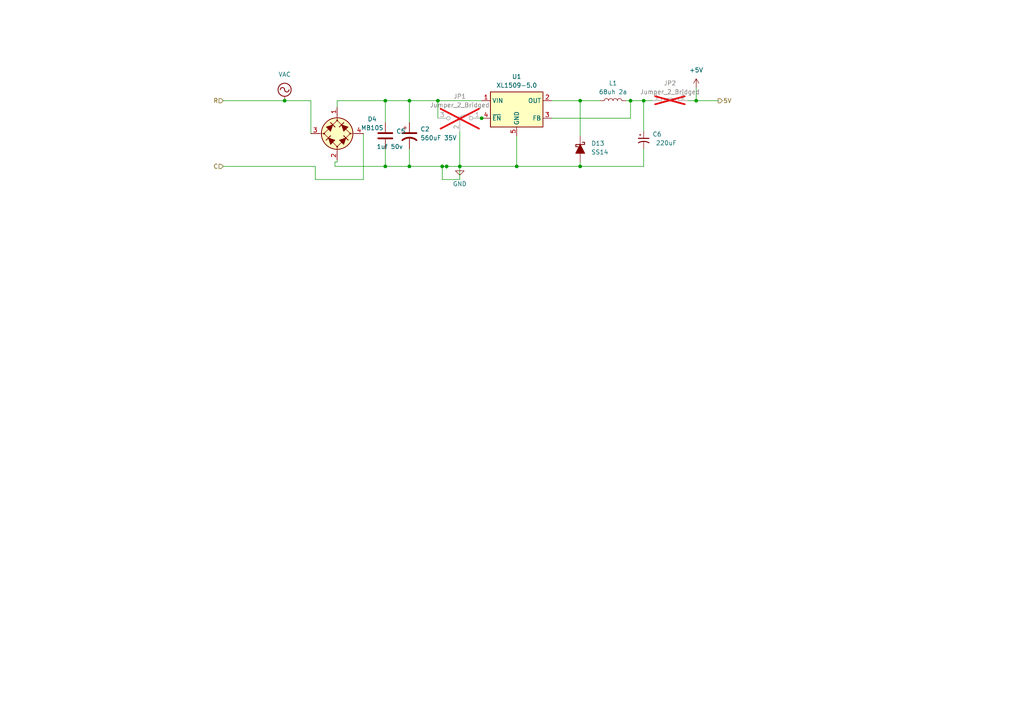
<source format=kicad_sch>
(kicad_sch (version 20231120) (generator "eeschema") (generator_version "8.0")
  (paper "A4")
  (lib_symbols
    (symbol "Device:C" (pin_numbers hide) (pin_names (offset 0.254))
      (property "Reference" "C" (at 0.635 2.54 0))
      (property "Value" "C" (at 0.635 -2.54 0))
      (symbol "C_0_1"
        (polyline (pts (xy -2.032 -0.762) (xy 2.032 -0.762)) (stroke (width 0.508)))
        (polyline (pts (xy -2.032 0.762) (xy 2.032 0.762)) (stroke (width 0.508)))
      )
      (symbol "C_1_1"
        (pin passive line (at 0 3.81 270) (length 2.794) (name "~") (number "1"))
        (pin passive line (at 0 -3.81 90) (length 2.794) (name "~") (number "2"))
      )
    )
    (symbol "Device:C_Polarized_Small_US" (pin_numbers hide) (pin_names (offset 0.254) hide)
      (property "Reference" "C" (at 0.254 1.778 0))
      (property "Value" "C_Polarized_Small_US" (at 0.254 -2.032 0))
      (symbol "C_Polarized_Small_US_0_1"
        (polyline (pts (xy -1.524 0.508) (xy 1.524 0.508)) (stroke (width 0.3048)))
        (polyline (pts (xy -1.27 1.524) (xy -0.762 1.524)))
        (polyline (pts (xy -1.016 1.27) (xy -1.016 1.778)))
        (arc (start 1.524 -0.762) (mid 0 -0.3734) (end -1.524 -0.762) (stroke (width 0.3048)))
      )
      (symbol "C_Polarized_Small_US_1_1"
        (pin passive line (at 0 2.54 270) (length 2.032) (name "~") (number "1"))
        (pin passive line (at 0 -2.54 90) (length 2.032) (name "~") (number "2"))
      )
    )
    (symbol "Device:C_Polarized_US" (pin_numbers hide) (pin_names (offset 0.254) hide)
      (property "Reference" "C" (at 0.635 2.54 0))
      (property "Value" "C_Polarized_US" (at 0.635 -2.54 0))
      (symbol "C_Polarized_US_0_1"
        (polyline (pts (xy -2.032 0.762) (xy 2.032 0.762)) (stroke (width 0.508)))
        (polyline (pts (xy -1.778 2.286) (xy -0.762 2.286)))
        (polyline (pts (xy -1.27 1.778) (xy -1.27 2.794)))
        (arc (start 2.032 -1.27) (mid 0 -0.5572) (end -2.032 -1.27) (stroke (width 0.508)))
      )
      (symbol "C_Polarized_US_1_1"
        (pin passive line (at 0 3.81 270) (length 2.794) (name "~") (number "1"))
        (pin passive line (at 0 -3.81 90) (length 3.302) (name "~") (number "2"))
      )
    )
    (symbol "Device:L" (pin_numbers hide) (pin_names (offset 1.016) hide)
      (property "Reference" "L" (at -1.27 0 90))
      (property "Value" "L" (at 1.905 0 90))
      (symbol "L_0_1"
        (arc (start 0 -2.54) (mid 0.6323 -1.905) (end 0 -1.27))
        (arc (start 0 -1.27) (mid 0.6323 -0.635) (end 0 0))
        (arc (start 0 0) (mid 0.6323 0.635) (end 0 1.27))
        (arc (start 0 1.27) (mid 0.6323 1.905) (end 0 2.54))
      )
      (symbol "L_1_1"
        (pin passive line (at 0 3.81 270) (length 1.27) (name "1") (number "1"))
        (pin passive line (at 0 -3.81 90) (length 1.27) (name "2") (number "2"))
      )
    )
    (symbol "Jumper:Jumper_2_Bridged" (pin_names (offset 0) hide)
      (property "Reference" "JP" (at 0 1.905 0))
      (property "Value" "Jumper_2_Bridged" (at 0 -2.54 0))
      (symbol "Jumper_2_Bridged_0_0"
        (circle (center -2.032 0) (radius 0.508))
        (circle (center 2.032 0) (radius 0.508))
      )
      (symbol "Jumper_2_Bridged_0_1"
        (arc (start 1.524 0.254) (mid 0 0.762) (end -1.524 0.254))
      )
      (symbol "Jumper_2_Bridged_1_1"
        (pin passive line (at -5.08 0 0) (length 2.54) (name "A") (number "1"))
        (pin passive line (at 5.08 0 180) (length 2.54) (name "B") (number "2"))
      )
    )
    (symbol "Jumper:Jumper_3_Bridged12" (pin_names (offset 0) hide)
      (property "Reference" "JP" (at -2.54 -2.54 0))
      (property "Value" "Jumper_3_Bridged12" (at 0 2.794 0))
      (symbol "Jumper_3_Bridged12_0_0"
        (circle (center -3.302 0) (radius 0.508))
        (circle (center 0 0) (radius 0.508))
        (circle (center 3.302 0) (radius 0.508))
      )
      (symbol "Jumper_3_Bridged12_0_1"
        (arc (start -0.254 0.508) (mid -1.651 0.9912) (end -3.048 0.508))
        (polyline (pts (xy 0 -1.27) (xy 0 -0.508)))
      )
      (symbol "Jumper_3_Bridged12_1_1"
        (pin passive line (at -6.35 0 0) (length 2.54) (name "A") (number "1"))
        (pin passive line (at 0 -3.81 90) (length 2.54) (name "C") (number "2"))
        (pin passive line (at 6.35 0 180) (length 2.54) (name "B") (number "3"))
      )
    )
    (symbol "PCM_Diode_Bridge_AKL:MB10S" (pin_names (offset 1.016) hide)
      (property "Reference" "D" (at 5.08 7.62 0))
      (property "Value" "MB10S" (at 5.08 5.08 0))
      (symbol "MB10S_0_1"
        (circle (center -3.81 0) (radius 0.1778) (fill (type outline)))
        (polyline (pts (xy -5.08 0) (xy -3.81 0)))
        (polyline (pts (xy -1.905 -0.635) (xy -3.175 -1.905)) (stroke (width 0.254)))
        (polyline (pts (xy -1.905 3.175) (xy -0.635 1.905)) (stroke (width 0.254)))
        (polyline (pts (xy 0 -5.08) (xy 0 -3.81)))
        (polyline (pts (xy 0 5.08) (xy 0 3.81)))
        (polyline (pts (xy 1.905 3.175) (xy 0.635 1.905)) (stroke (width 0.254)))
        (polyline (pts (xy 3.175 -1.905) (xy 1.905 -0.635)) (stroke (width 0.254)))
        (polyline (pts (xy 5.08 0) (xy 3.81 0)))
        (polyline (pts (xy -2.54 -1.27) (xy -1.905 -3.175) (xy -0.635 -1.905) (xy -2.54 -1.27)) (fill (type outline)))
        (polyline (pts (xy -1.27 2.54) (xy -1.905 0.635) (xy -3.175 1.905) (xy -1.27 2.54)) (fill (type outline)))
        (polyline (pts (xy 1.27 2.54) (xy 3.175 1.905) (xy 1.905 0.635) (xy 1.27 2.54)) (fill (type outline)))
        (polyline (pts (xy 2.54 -1.27) (xy 0.635 -1.905) (xy 1.905 -3.175) (xy 2.54 -1.27)) (fill (type outline)))
        (polyline (pts (xy 0 3.81) (xy -3.81 0) (xy 0 -3.81) (xy 3.81 0) (xy 0 3.81)))
        (circle (center 0 0) (radius 4.572) (stroke (width 0.254)) (fill (type background)))
      )
      (symbol "MB10S_1_1"
        (circle (center 0 -3.81) (radius 0.1778) (fill (type outline)))
        (circle (center 0 3.81) (radius 0.1778) (fill (type outline)))
        (circle (center 3.81 0) (radius 0.1778) (fill (type outline)))
        (pin passive line (at 0 7.62 270) (length 2.54) (name "+") (number "1"))
        (pin passive line (at 0 -7.62 90) (length 2.54) (name "-") (number "2"))
        (pin passive line (at -7.62 0 0) (length 2.54) (name "1") (number "3"))
        (pin passive line (at 7.62 0 180) (length 2.54) (name "2") (number "4"))
      )
    )
    (symbol "PCM_Diode_Schottky_AKL:D_Schottky_Generic" (pin_numbers hide) (pin_names (offset 1.016) hide)
      (property "Reference" "D" (at 0 5.08 0))
      (property "Value" "D_Schottky_Generic" (at 0 2.54 0))
      (symbol "D_Schottky_Generic_0_1"
        (polyline (pts (xy -1.27 0) (xy 1.27 0)))
        (polyline (pts (xy -1.27 -1.27) (xy -1.27 1.27) (xy 1.27 0) (xy -1.27 -1.27)) (stroke (width 0.254)) (fill (type outline)))
        (polyline (pts (xy 1.905 -0.635) (xy 1.905 -1.27) (xy 1.27 -1.27) (xy 1.27 1.27) (xy 0.635 1.27) (xy 0.635 0.635)) (stroke (width 0.254)))
      )
      (symbol "D_Schottky_Generic_1_1"
        (pin passive line (at 3.81 0 180) (length 2.54) (name "K") (number "1"))
        (pin passive line (at -3.81 0 0) (length 2.54) (name "A") (number "2"))
      )
    )
    (symbol "Regulator_Switching:XL1509-5.0"
      (property "Reference" "U1" (at 0 9.525 0))
      (property "Value" "XL1509-5.0" (at 0 6.985 0))
      (symbol "XL1509-5.0_0_1"
        (rectangle (start -7.62 5.08) (end 7.62 -5.08) (stroke (width 0.254)) (fill (type background)))
      )
      (symbol "XL1509-5.0_1_1"
        (pin power_in line (at -10.16 2.54 0) (length 2.54) (name "VIN") (number "1"))
        (pin power_out line (at 10.16 2.54 180) (length 2.54) (name "OUT") (number "2"))
        (pin input line (at 10.16 -2.54 180) (length 2.54) (name "FB") (number "3"))
        (pin input line (at -10.16 -2.54 0) (length 2.54) (name "~{EN}") (number "4"))
        (pin power_in line (at 0 -7.62 90) (length 2.54) (name "GND") (number "5"))
        (pin passive line (at 0 -7.62 90) (length 2.54) hide (name "GND") (number "6"))
        (pin passive line (at 0 -7.62 90) (length 2.54) hide (name "GND") (number "7"))
        (pin passive line (at 0 -7.62 90) (length 2.54) hide (name "GND") (number "8"))
        (pin passive line (at 0 -7.62 90) (length 2.54) hide (name "GND") (number "9"))
      )
    )
    (symbol "power:+5V" (power) (pin_names (offset 0))
      (property "Value" "+5V" (at 0 3.556 0))
      (symbol "+5V_0_1"
        (polyline (pts (xy -0.762 1.27) (xy 0 2.54)))
        (polyline (pts (xy 0 0) (xy 0 2.54)))
        (polyline (pts (xy 0 2.54) (xy 0.762 1.27)))
      )
      (symbol "+5V_1_1"
        (pin power_in line (at 0 0 90) (length 0) hide (name "+5V") (number "1"))
      )
    )
    (symbol "power:GND" (power) (pin_names (offset 0))
      (property "Value" "GND" (at 0 -3.81 0))
      (symbol "GND_0_1"
        (polyline (pts (xy 0 0) (xy 0 -1.27) (xy 1.27 -1.27) (xy 0 -2.54) (xy -1.27 -1.27) (xy 0 -1.27)))
      )
      (symbol "GND_1_1"
        (pin power_in line (at 0 0 270) (length 0) hide (name "GND") (number "1"))
      )
    )
    (symbol "power:VAC" (power) (pin_names (offset 0))
      (property "Value" "VAC" (at 0 6.35 0))
      (symbol "VAC_0_1"
        (polyline (pts (xy 0 0) (xy 0 1.27)))
        (arc (start 0 3.175) (mid -0.635 3.8073) (end -1.27 3.175) (stroke (width 0.254)))
        (arc (start 0 3.175) (mid 0.635 2.5427) (end 1.27 3.175) (stroke (width 0.254)))
        (circle (center 0 3.175) (radius 1.905) (stroke (width 0.254)))
      )
      (symbol "VAC_1_1"
        (pin power_in line (at 0 0 90) (length 0) hide (name "VAC") (number "1"))
      )
    )
  )
  (junction (at 139.7 34.29))
  (junction (at 118.745 29.21))
  (junction (at 127 29.21))
  (junction (at 82.55 29.21))
  (junction (at 111.76 48.26))
  (junction (at 149.86 48.26))
  (junction (at 201.93 29.21))
  (junction (at 133.35 48.26))
  (junction (at 111.76 29.21))
  (junction (at 118.745 48.26))
  (junction (at 128.27 48.26))
  (junction (at 129.54 48.26))
  (junction (at 168.275 29.21))
  (junction (at 186.69 29.21))
  (junction (at 182.88 29.21))
  (junction (at 168.275 48.26))
  (wire (pts (xy 97.79 29.21) (xy 97.79 31.115)))
  (wire (pts (xy 90.17 29.21) (xy 90.17 38.735)))
  (wire (pts (xy 133.35 48.26) (xy 149.86 48.26)))
  (wire (pts (xy 91.44 52.07) (xy 105.41 52.07)))
  (wire (pts (xy 97.155 48.26) (xy 111.76 48.26)))
  (wire (pts (xy 160.02 29.21) (xy 168.275 29.21)))
  (wire (pts (xy 201.93 29.21) (xy 208.28 29.21)))
  (wire (pts (xy 133.35 48.26) (xy 133.35 52.07)))
  (wire (pts (xy 111.76 43.18) (xy 111.76 48.26)))
  (wire (pts (xy 129.54 48.895) (xy 129.54 48.26)))
  (wire (pts (xy 168.275 46.99) (xy 168.275 48.26)))
  (wire (pts (xy 127 29.21) (xy 139.7 29.21)))
  (wire (pts (xy 118.745 48.26) (xy 128.27 48.26)))
  (wire (pts (xy 97.79 46.99) (xy 97.155 46.99)))
  (wire (pts (xy 182.88 29.21) (xy 181.61 29.21)))
  (wire (pts (xy 186.69 29.21) (xy 189.23 29.21)))
  (wire (pts (xy 138.43 34.29) (xy 139.7 34.29)))
  (wire (pts (xy 82.55 29.21) (xy 90.17 29.21)))
  (wire (pts (xy 118.745 43.18) (xy 118.745 48.26)))
  (wire (pts (xy 118.745 29.21) (xy 127 29.21)))
  (wire (pts (xy 160.02 34.29) (xy 182.88 34.29)))
  (wire (pts (xy 111.76 29.21) (xy 111.76 35.56)))
  (wire (pts (xy 186.69 29.21) (xy 186.69 38.1)))
  (wire (pts (xy 91.44 48.26) (xy 91.44 52.07)))
  (wire (pts (xy 128.27 48.26) (xy 129.54 48.26)))
  (wire (pts (xy 111.76 29.21) (xy 118.745 29.21)))
  (wire (pts (xy 168.275 29.21) (xy 173.99 29.21)))
  (wire (pts (xy 97.79 46.355) (xy 97.79 46.99)))
  (wire (pts (xy 168.275 48.26) (xy 186.69 48.26)))
  (wire (pts (xy 186.69 43.18) (xy 186.69 48.26)))
  (wire (pts (xy 127 29.21) (xy 127 34.29)))
  (wire (pts (xy 199.39 29.21) (xy 201.93 29.21)))
  (wire (pts (xy 97.155 46.99) (xy 97.155 48.26)))
  (wire (pts (xy 149.86 48.26) (xy 168.275 48.26)))
  (wire (pts (xy 186.69 29.21) (xy 182.88 29.21)))
  (wire (pts (xy 128.27 52.07) (xy 128.27 48.26)))
  (wire (pts (xy 129.54 48.26) (xy 133.35 48.26)))
  (wire (pts (xy 64.77 29.21) (xy 82.55 29.21)))
  (wire (pts (xy 149.86 39.37) (xy 149.86 48.26)))
  (wire (pts (xy 133.35 38.1) (xy 133.35 48.26)))
  (wire (pts (xy 133.35 52.07) (xy 128.27 52.07)))
  (wire (pts (xy 182.88 34.29) (xy 182.88 29.21)))
  (wire (pts (xy 64.77 48.26) (xy 91.44 48.26)))
  (wire (pts (xy 168.275 29.21) (xy 168.275 39.37)))
  (wire (pts (xy 201.93 25.4) (xy 201.93 29.21)))
  (wire (pts (xy 111.76 48.26) (xy 118.745 48.26)))
  (wire (pts (xy 118.745 35.56) (xy 118.745 29.21)))
  (wire (pts (xy 97.79 29.21) (xy 111.76 29.21)))
  (wire (pts (xy 105.41 52.07) (xy 105.41 38.735)))
  (hierarchical_label "R" (shape input) (at 64.77 29.21 180))
  (hierarchical_label "C" (shape input) (at 64.77 48.26 180))
  (hierarchical_label "5V" (shape output) (at 208.28 29.21 0))
  (symbol (lib_id "Regulator_Switching:XL1509-5.0") (at 149.86 31.75 0) (unit 1)
    (property "Reference" "U1" (at 149.86 22.225 0))
    (property "Value" "XL1509-5.0" (at 149.86 24.765 0))
    (property "Footprint" "Package_SO:SOIC-8-1EP_3.9x4.9mm_P1.27mm_EP2.41x3.81mm" (effects (hide yes)))
    (property "Datasheet" "https://datasheet.lcsc.com/lcsc/1809050422_XLSEMI-XL1509-5-0E1_C61063.pdf" (effects (hide yes)))
    (property "Description" "Buck DC/DC Converter, 2A, 5V Output Voltage, 7-40V Input Voltage" (effects (hide yes)))
  )
  (symbol (lib_id "PCM_Diode_Schottky_AKL:D_Schottky_Generic") (at 168.275 43.18 90) (unit 1)
    (property "Reference" "D13" (at 171.45 41.5924 90) (effects (justify right)))
    (property "Value" "SS14" (at 171.45 44.1324 90) (effects (justify right)))
    (property "Footprint" "PCM_Diode_SMD_AKL:D_SMA" (effects (hide yes)))
    (property "Datasheet" "https://datasheet.lcsc.com/lcsc/2206061716_KUU-SS14_C3031488.pdf" (effects (hide yes)))
    (property "Description" "Schottky diode, Generic Symbol, Alternate KiCAD Library" (effects (hide yes)))
    (property "MF" "Taiwan Semiconductor" (effects (hide yes)))
    (property "MAXIMUM_PACKAGE_HEIGHT" "2.5 mm" (effects (hide yes)))
    (property "Package" "SMA-2 Taiwan Semiconductor" (effects (hide yes)))
    (property "Price" "None" (effects (hide yes)))
    (property "Check_prices" "https://www.snapeda.com/parts/SS14/Taiwan+Semiconductor/view-part/?ref=eda" (effects (hide yes)))
    (property "STANDARD" "IPC-7351B" (effects (hide yes)))
    (property "PARTREV" "O2102" (effects (hide yes)))
    (property "SnapEDA_Link" "https://www.snapeda.com/parts/SS14/Taiwan+Semiconductor/view-part/?ref=snap" (effects (hide yes)))
    (property "MP" "SS14" (effects (hide yes)))
    (property "Availability" "In Stock" (effects (hide yes)))
    (property "MANUFACTURER" "Taiwan Semiconductor" (effects (hide yes)))
    (property "LCSC URL" "https://www.lcsc.com/product-detail/Schottky-Barrier-Diodes-SBD_MDD-Microdiode-Electronics-SS14_C2480.html" (effects (hide yes)))
    (property "LCSC PN" "C2480" (effects (hide yes)))
    (property "MPN" "C2480" (effects (hide yes)))
  )
  (symbol (lib_id "Device:C_Polarized_US") (at 118.745 39.37 0) (unit 1)
    (property "Reference" "C2" (at 121.92 37.4649 0) (effects (justify left)))
    (property "Value" "560uF 35V " (at 121.92 40.0049 0) (effects (justify left)))
    (property "Footprint" "Capacitor_SMD:CP_Elec_10x10.5" (effects (hide yes)))
    (property "Description" "560uF 35V 850mA@100kHz 80mΩ@100kHz ±20% SMD Aluminum Electrolytic Capacitors - SMD ROHS" (effects (hide yes)))
    (property "LCSC PN" "C494848" (effects (hide yes)))
    (property "MPN" "C494848" (effects (hide yes)))
  )
  (symbol (lib_id "Jumper:Jumper_2_Bridged") (at 194.31 29.21 0) (unit 1) (dnp yes)
    (property "Reference" "JP2" (at 194.31 24.13 0))
    (property "Value" "Jumper_2_Bridged" (at 194.31 26.67 0))
    (property "Footprint" "Jumper:SolderJumper-2_P1.3mm_Bridged_Pad1.0x1.5mm" (effects (hide yes)))
    (property "Description" "Jumper, 2-pole, closed/bridged" (effects (hide yes)))
  )
  (symbol (lib_id "power:GND") (at 133.35 48.26 0) (unit 1)
    (property "Reference" "#PWR02" (effects (hide yes)))
    (property "Value" "GND" (at 133.35 53.34 0))
  )
  (symbol (lib_id "Device:C_Polarized_Small_US") (at 186.69 40.64 0) (unit 1)
    (property "Reference" "C6" (at 189.23 38.9381 0) (effects (justify left)))
    (property "Value" " 220uF" (at 189.23 41.4781 0) (effects (justify left)))
    (property "Footprint" "Capacitor_SMD:CP_Elec_8x10.5" (effects (hide yes)))
    (property "Description" "-40℃~+105℃ 1000hrs@105℃ 220uF 10.2mm 25V 8mm ±20% SMD,D8xL10.2mm Aluminum Electrolytic Capacitors - SMD ROHS" (effects (hide yes)))
    (property "LCSC PN" "C336495" (effects (hide yes)))
    (property "MPN" "C336495" (effects (hide yes)))
  )
  (symbol (lib_id "Device:L") (at 177.8 29.21 90) (unit 1)
    (property "Reference" "L1" (at 177.8 24.13 90))
    (property "Value" "68uh 2a" (at 177.8 26.67 90))
    (property "Footprint" "Inductor_SMD:L_10.4x10.4_H4.8" (effects (hide yes)))
    (property "Description" " SM1054-680MT" (effects (hide yes)))
    (property "LCSC PN" " C72416" (effects (hide yes)))
    (property "MPN" "C72416" (effects (hide yes)))
  )
  (symbol (lib_id "power:VAC") (at 82.55 29.21 0) (unit 1)
    (property "Reference" "#PWR01" (effects (hide yes)))
    (property "Value" "VAC" (at 82.55 21.59 0))
  )
  (symbol (lib_id "Device:C") (at 111.76 39.37 0) (unit 1)
    (property "Reference" "C5" (at 114.935 38.0999 0) (effects (justify left)))
    (property "Value" "1uf 50v" (at 109.22 42.545 0) (effects (justify left)))
    (property "Footprint" "Capacitor_SMD:C_1206_3216Metric_Pad1.33x1.80mm_HandSolder" (effects (hide yes)))
    (property "Description" "1uF 25V 2Ω ±10% 1206 ceramic" (effects (hide yes)))
    (property "LCSC PN" "C1848" (effects (hide yes)))
    (property "MPN" "C1848" (effects (hide yes)))
  )
  (symbol (lib_id "power:+5V") (at 201.93 25.4 0) (unit 1)
    (property "Reference" "#PWR03" (effects (hide yes)))
    (property "Value" "+5V" (at 201.93 20.32 0))
  )
  (symbol (lib_id "Jumper:Jumper_3_Bridged12") (at 133.35 34.29 0) (mirror y) (unit 1) (dnp yes)
    (property "Reference" "JP1" (at 133.35 27.94 0))
    (property "Value" "Jumper_2_Bridged" (at 133.35 30.48 0))
    (property "Footprint" "Jumper:SolderJumper-3_P1.3mm_Bridged2Bar12_Pad1.0x1.5mm" (effects (hide yes)))
    (property "Description" "Jumper, 3-pole, pins 1+2 closed/bridged" (effects (hide yes)))
  )
  (symbol (lib_id "PCM_Diode_Bridge_AKL:MB10S") (at 97.79 38.735 0) (unit 1)
    (property "Reference" "D4" (at 107.95 34.544 0))
    (property "Value" "MB10S" (at 107.95 37.084 0))
    (property "Footprint" "PCM_Diode_SMD_Handsoldering_AKL:Diode_Bridge_MBS" (effects (hide yes)))
    (property "Datasheet" "https://www.tme.eu/Document/f8e13213f6c892ed1b69c81dc7a47b3d/mb2s.pdf" (effects (hide yes)))
    (property "Description" "MB10S" (effects (hide yes)))
    (property "LCSC URL" "https://jlcpcb.com/partdetail/Mdd-MB10S/C2488" (effects (hide yes)))
    (property "LCSC Part #" "C2488" (effects (hide yes)))
  )
)
</source>
